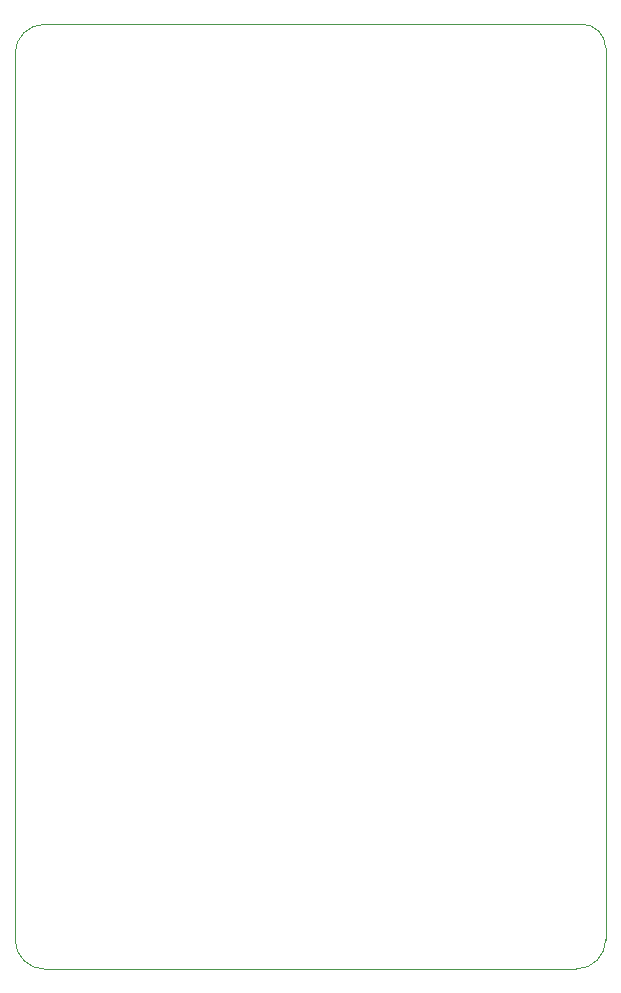
<source format=gbr>
%TF.GenerationSoftware,KiCad,Pcbnew,9.0.5*%
%TF.CreationDate,2025-10-13T11:36:34+02:00*%
%TF.ProjectId,MAX31865,4d415833-3138-4363-952e-6b696361645f,rev?*%
%TF.SameCoordinates,Original*%
%TF.FileFunction,Profile,NP*%
%FSLAX46Y46*%
G04 Gerber Fmt 4.6, Leading zero omitted, Abs format (unit mm)*
G04 Created by KiCad (PCBNEW 9.0.5) date 2025-10-13 11:36:34*
%MOMM*%
%LPD*%
G01*
G04 APERTURE LIST*
%TA.AperFunction,Profile*%
%ADD10C,0.050000*%
%TD*%
G04 APERTURE END LIST*
D10*
X150000000Y-147500000D02*
G75*
G02*
X147500000Y-150000000I-2500000J0D01*
G01*
X148000000Y-70000000D02*
G75*
G02*
X150000000Y-72000000I0J-2000000D01*
G01*
X100000000Y-72500000D02*
G75*
G02*
X102500000Y-70000000I2500000J0D01*
G01*
X102500000Y-150000000D02*
X147500000Y-150000000D01*
X100000000Y-72500000D02*
X100000000Y-147500000D01*
X150000000Y-147500000D02*
X150000000Y-72000000D01*
X148000000Y-70000000D02*
X102500000Y-70000000D01*
X102500000Y-150000000D02*
G75*
G02*
X100000000Y-147500000I0J2500000D01*
G01*
M02*

</source>
